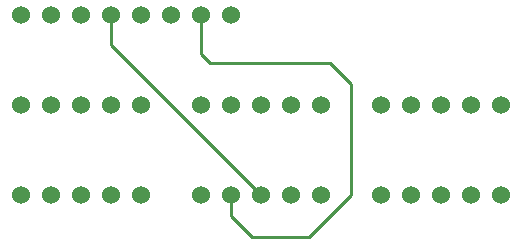
<source format=gbl>
G04 ---------------------------- Layer name :BOTTOM LAYER*
G04 easyEDA 0.1*
G04 Scale: 100 percent, Rotated: No, Reflected: No *
G04 Dimensions in inches *
G04 leading zeros omitted , absolute positions ,2 integer and 4 * 
%FSLAX24Y24*%
%MOIN*%
G90*
G70D02*

%ADD10C,0.010000*%
%ADD11C,0.060000*%

%LPD*%
G54D10*
G01X9000Y2000D02*
G01X9000Y1300D01*
G01X9700Y600D01*
G01X11600Y600D01*
G01X13000Y2000D01*
G01X13000Y5700D01*
G01X12300Y6400D01*
G01X8300Y6400D01*
G01X8000Y6700D01*
G01X8000Y8000D01*
G01X10000Y2000D02*
G01X5000Y7000D01*
G01X5000Y8000D01*
G54D11*
G01X2000Y5000D03*
G01X3000Y5000D03*
G01X4000Y5000D03*
G01X5000Y5000D03*
G01X6000Y5000D03*
G01X2000Y2000D03*
G01X3000Y2000D03*
G01X4000Y2000D03*
G01X5000Y2000D03*
G01X6000Y2000D03*
G01X8000Y5000D03*
G01X9000Y5000D03*
G01X10000Y5000D03*
G01X11000Y5000D03*
G01X12000Y5000D03*
G01X8000Y2000D03*
G01X11000Y2000D03*
G01X12000Y2000D03*
G01X14000Y5000D03*
G01X14000Y5000D03*
G01X15000Y5000D03*
G01X16000Y5000D03*
G01X17000Y5000D03*
G01X18000Y5000D03*
G01X14000Y2000D03*
G01X15000Y2000D03*
G01X16000Y2000D03*
G01X17000Y2000D03*
G01X18000Y2000D03*
G01X2000Y8000D03*
G01X3000Y8000D03*
G01X4000Y8000D03*
G01X6000Y8000D03*
G01X10000Y2000D03*
G01X9000Y2000D03*
G01X5000Y8000D03*
G01X7000Y8000D03*
G01X8000Y8000D03*
G01X9000Y8000D03*
G01X2000Y5000D03*
G01X3000Y5000D03*
G01X4000Y5000D03*
G01X5000Y5000D03*
G01X6000Y5000D03*
G01X2000Y2000D03*
G01X3000Y2000D03*
G01X4000Y2000D03*
G01X5000Y2000D03*
G01X6000Y2000D03*
G01X8000Y5000D03*
G01X9000Y5000D03*
G01X10000Y5000D03*
G01X11000Y5000D03*
G01X12000Y5000D03*
G01X8000Y2000D03*
G01X11000Y2000D03*
G01X12000Y2000D03*
G01X14000Y5000D03*
G01X14000Y5000D03*
G01X15000Y5000D03*
G01X16000Y5000D03*
G01X17000Y5000D03*
G01X18000Y5000D03*
G01X14000Y2000D03*
G01X15000Y2000D03*
G01X16000Y2000D03*
G01X17000Y2000D03*
G01X18000Y2000D03*
G01X2000Y8000D03*
G01X3000Y8000D03*
G01X4000Y8000D03*
G01X6000Y8000D03*
G01X10000Y2000D03*
G01X9000Y2000D03*
G01X5000Y8000D03*
G01X7000Y8000D03*
G01X8000Y8000D03*
G01X9000Y8000D03*

M00*
M02*
</source>
